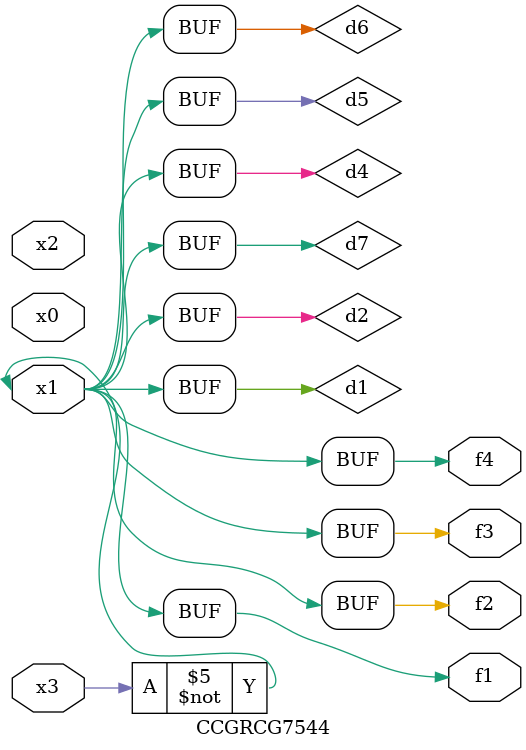
<source format=v>
module CCGRCG7544(
	input x0, x1, x2, x3,
	output f1, f2, f3, f4
);

	wire d1, d2, d3, d4, d5, d6, d7;

	not (d1, x3);
	buf (d2, x1);
	xnor (d3, d1, d2);
	nor (d4, d1);
	buf (d5, d1, d2);
	buf (d6, d4, d5);
	nand (d7, d4);
	assign f1 = d6;
	assign f2 = d7;
	assign f3 = d6;
	assign f4 = d6;
endmodule

</source>
